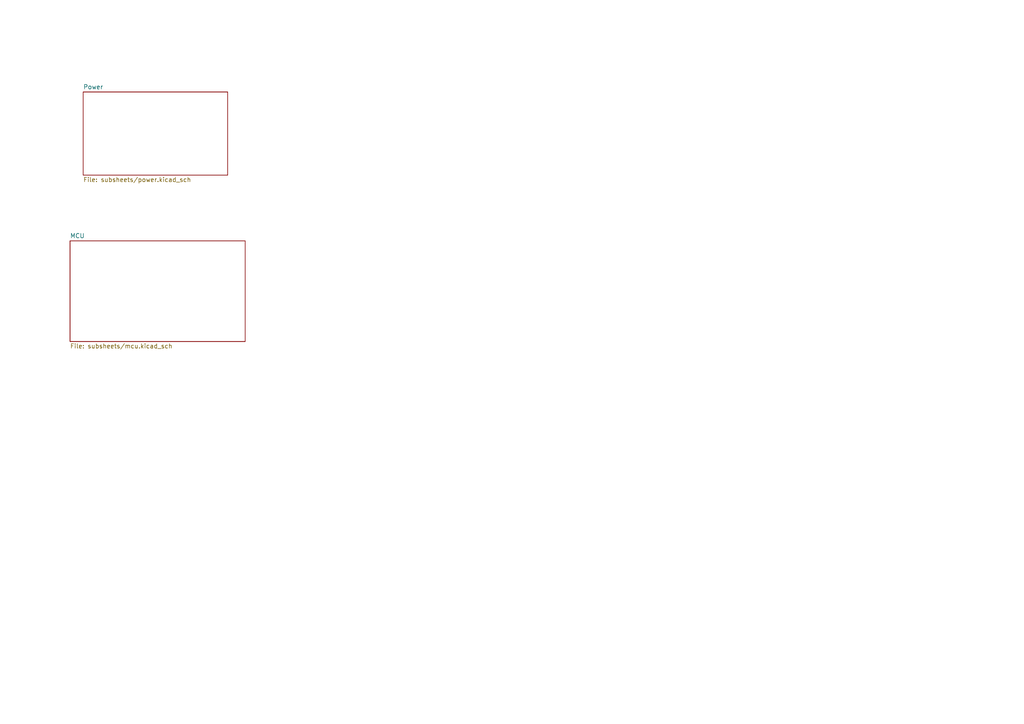
<source format=kicad_sch>
(kicad_sch (version 20210621) (generator eeschema)
  (paper "A4")
  (title_block (title "LoRa Module") (rev "0.1") (company "University of Central Florida") (comment 1 "Randy Alvarez") (comment 2 "Parke Benjamin"))
  (lib_symbols)
  (sheet (at 20.32 69.85) (size 50.8 29.21) (stroke (width 0.1524))
    (property "Sheet name" "MCU" (at 20.32 69.1384 0) (effects (justify left bottom)))
    (property "Sheet file" "subsheets/mcu.kicad_sch" (at 20.32 99.6446 0) (effects (justify left top)))
  )
  (sheet (at 24.13 26.67) (size 41.91 24.13) (stroke (width 0.1524))
    (property "Sheet name" "Power" (at 24.13 25.9584 0) (effects (justify left bottom)))
    (property "Sheet file" "subsheets/power.kicad_sch" (at 24.13 51.3846 0) (effects (justify left top)))
  )
)
</source>
